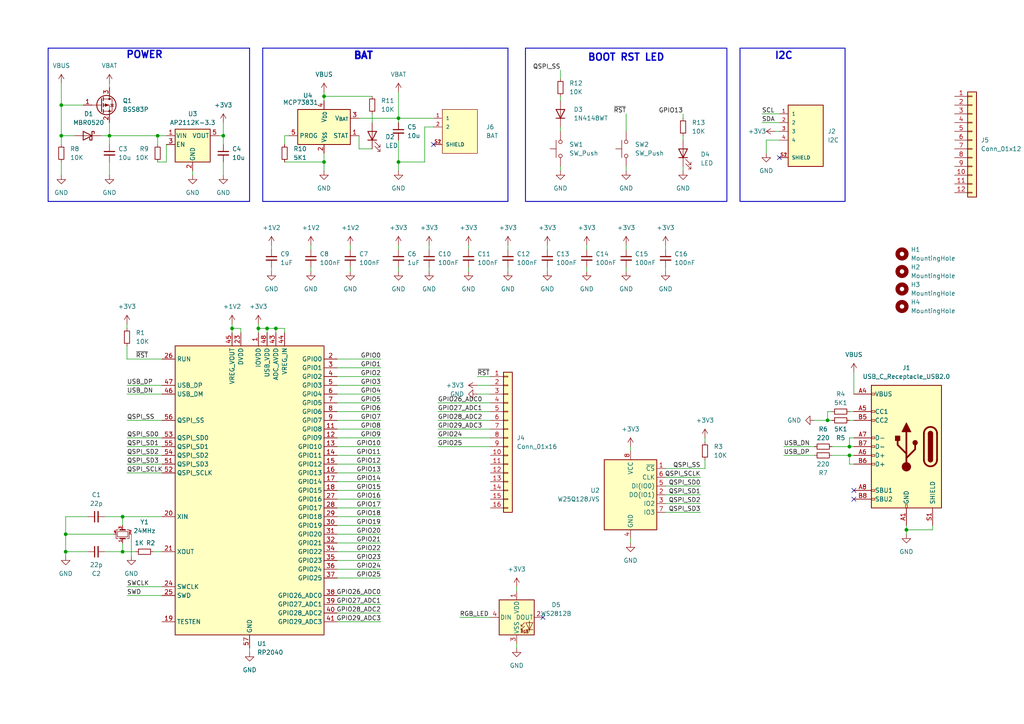
<source format=kicad_sch>
(kicad_sch (version 20231120) (generator "eeschema") (generator_version "8.0")
  (paper "A4")
  (junction (at 74.93 95.25))
  (junction (at 35.56 160.02))
  (junction (at 67.31 95.25))
  (junction (at 17.78 39.37))
  (junction (at 45.72 39.37))
  (junction (at 93.98 46.99))
  (junction (at 19.05 160.02))
  (junction (at 246.38 132.08))
  (junction (at 19.05 154.94))
  (junction (at 31.75 39.37))
  (junction (at 64.77 39.37))
  (junction (at 17.78 30.48))
  (junction (at 240.03 121.92))
  (junction (at 35.56 149.86))
  (junction (at 93.98 27.94))
  (junction (at 115.57 34.29))
  (junction (at 262.89 153.67))
  (junction (at 246.38 129.54))
  (junction (at 115.57 46.99))
  (junction (at 77.47 95.25))
  (junction (at 80.01 95.25))
  (no_connect (at 247.65 144.78))
  (no_connect (at 157.48 179.07))
  (no_connect (at 226.06 45.72))
  (no_connect (at 247.65 142.24))
  (no_connect (at 125.73 41.91))
  (wire (pts (xy 74.93 95.25) (xy 77.47 95.25)))
  (wire (pts (xy 110.49 127) (xy 97.79 127)))
  (wire (pts (xy 110.49 177.8) (xy 97.79 177.8)))
  (wire (pts (xy 170.18 78.74) (xy 170.18 77.47)))
  (wire (pts (xy 64.77 35.56) (xy 64.77 39.37)))
  (wire (pts (xy 80.01 95.25) (xy 82.55 95.25)))
  (polyline (pts (xy 72.39 58.42) (xy 13.97 58.42)) (stroke (width 0.254) (type solid)))
  (wire (pts (xy 30.48 149.86) (xy 35.56 149.86)))
  (wire (pts (xy 262.89 153.67) (xy 262.89 152.4)))
  (wire (pts (xy 110.49 129.54) (xy 97.79 129.54)))
  (wire (pts (xy 17.78 39.37) (xy 21.59 39.37)))
  (wire (pts (xy 181.61 78.74) (xy 181.61 77.47)))
  (wire (pts (xy 110.49 134.62) (xy 97.79 134.62)))
  (wire (pts (xy 149.86 170.18) (xy 149.86 171.45)))
  (wire (pts (xy 31.75 24.13) (xy 31.75 25.4)))
  (wire (pts (xy 241.3 119.38) (xy 240.03 119.38)))
  (wire (pts (xy 93.98 46.99) (xy 93.98 44.45)))
  (wire (pts (xy 115.57 78.74) (xy 115.57 77.47)))
  (wire (pts (xy 247.65 129.54) (xy 246.38 129.54)))
  (wire (pts (xy 93.98 27.94) (xy 107.95 27.94)))
  (wire (pts (xy 193.04 78.74) (xy 193.04 77.47)))
  (wire (pts (xy 138.43 111.76) (xy 142.24 111.76)))
  (wire (pts (xy 110.49 147.32) (xy 97.79 147.32)))
  (wire (pts (xy 270.51 152.4) (xy 270.51 153.67)))
  (wire (pts (xy 78.74 78.74) (xy 78.74 77.47)))
  (wire (pts (xy 90.17 78.74) (xy 90.17 77.47)))
  (wire (pts (xy 48.26 41.91) (xy 48.26 46.99)))
  (polyline (pts (xy 13.97 13.97) (xy 72.39 13.97)) (stroke (width 0.254) (type solid)))
  (wire (pts (xy 101.6 71.12) (xy 101.6 72.39)))
  (wire (pts (xy 38.1 154.94) (xy 38.1 161.29)))
  (wire (pts (xy 36.83 172.72) (xy 46.99 172.72)))
  (wire (pts (xy 36.83 111.76) (xy 46.99 111.76)))
  (wire (pts (xy 246.38 121.92) (xy 247.65 121.92)))
  (wire (pts (xy 127 129.54) (xy 142.24 129.54)))
  (wire (pts (xy 69.85 96.52) (xy 69.85 95.25)))
  (wire (pts (xy 64.77 39.37) (xy 63.5 39.37)))
  (wire (pts (xy 246.38 134.62) (xy 246.38 132.08)))
  (wire (pts (xy 107.95 43.18) (xy 104.14 43.18)))
  (wire (pts (xy 35.56 157.48) (xy 35.56 160.02)))
  (wire (pts (xy 115.57 40.64) (xy 115.57 46.99)))
  (wire (pts (xy 110.49 149.86) (xy 97.79 149.86)))
  (wire (pts (xy 110.49 119.38) (xy 97.79 119.38)))
  (wire (pts (xy 17.78 30.48) (xy 17.78 39.37)))
  (wire (pts (xy 45.72 39.37) (xy 48.26 39.37)))
  (wire (pts (xy 36.83 93.98) (xy 36.83 95.25)))
  (wire (pts (xy 101.6 78.74) (xy 101.6 77.47)))
  (wire (pts (xy 110.49 175.26) (xy 97.79 175.26)))
  (wire (pts (xy 133.35 179.07) (xy 142.24 179.07)))
  (wire (pts (xy 36.83 100.33) (xy 36.83 104.14)))
  (wire (pts (xy 110.49 160.02) (xy 97.79 160.02)))
  (wire (pts (xy 162.56 49.53) (xy 162.56 48.26)))
  (wire (pts (xy 115.57 34.29) (xy 115.57 35.56)))
  (wire (pts (xy 36.83 170.18) (xy 46.99 170.18)))
  (wire (pts (xy 104.14 34.29) (xy 115.57 34.29)))
  (wire (pts (xy 247.65 134.62) (xy 246.38 134.62)))
  (wire (pts (xy 110.49 116.84) (xy 97.79 116.84)))
  (wire (pts (xy 36.83 114.3) (xy 46.99 114.3)))
  (polyline (pts (xy 134.62 13.97) (xy 147.32 13.97)) (stroke (width 0.254)))
  (wire (pts (xy 19.05 154.94) (xy 33.02 154.94)))
  (wire (pts (xy 124.46 71.12) (xy 124.46 72.39)))
  (polyline (pts (xy 13.97 13.97) (xy 13.97 58.42)) (stroke (width 0.254) (type solid)))
  (wire (pts (xy 110.49 114.3) (xy 97.79 114.3)))
  (wire (pts (xy 30.48 160.02) (xy 35.56 160.02)))
  (polyline (pts (xy 76.2 58.42) (xy 134.62 58.42)) (stroke (width 0.254)))
  (wire (pts (xy 127 127) (xy 142.24 127)))
  (wire (pts (xy 198.12 33.02) (xy 198.12 34.29)))
  (wire (pts (xy 162.56 36.83) (xy 162.56 38.1)))
  (wire (pts (xy 246.38 132.08) (xy 241.3 132.08)))
  (wire (pts (xy 80.01 95.25) (xy 80.01 96.52)))
  (wire (pts (xy 31.75 39.37) (xy 31.75 41.91)))
  (wire (pts (xy 74.93 93.98) (xy 74.93 95.25)))
  (wire (pts (xy 36.83 121.92) (xy 46.99 121.92)))
  (wire (pts (xy 270.51 153.67) (xy 262.89 153.67)))
  (wire (pts (xy 48.26 46.99) (xy 45.72 46.99)))
  (wire (pts (xy 203.2 146.05) (xy 193.04 146.05)))
  (wire (pts (xy 110.49 157.48) (xy 97.79 157.48)))
  (wire (pts (xy 149.86 187.96) (xy 149.86 186.69)))
  (wire (pts (xy 82.55 39.37) (xy 82.55 41.91)))
  (wire (pts (xy 110.49 121.92) (xy 97.79 121.92)))
  (wire (pts (xy 110.49 154.94) (xy 97.79 154.94)))
  (wire (pts (xy 246.38 127) (xy 246.38 129.54)))
  (wire (pts (xy 147.32 78.74) (xy 147.32 77.47)))
  (polyline (pts (xy 147.32 13.97) (xy 147.32 58.42)) (stroke (width 0.254)))
  (wire (pts (xy 110.49 124.46) (xy 97.79 124.46)))
  (wire (pts (xy 19.05 154.94) (xy 19.05 160.02)))
  (wire (pts (xy 17.78 39.37) (xy 17.78 41.91)))
  (wire (pts (xy 198.12 39.37) (xy 198.12 40.64)))
  (wire (pts (xy 181.61 71.12) (xy 181.61 72.39)))
  (wire (pts (xy 110.49 111.76) (xy 97.79 111.76)))
  (wire (pts (xy 182.88 129.54) (xy 182.88 130.81)))
  (polyline (pts (xy 147.32 58.42) (xy 134.62 58.42)) (stroke (width 0.254)))
  (wire (pts (xy 220.98 35.56) (xy 226.06 35.56)))
  (wire (pts (xy 29.21 39.37) (xy 31.75 39.37)))
  (wire (pts (xy 78.74 71.12) (xy 78.74 72.39)))
  (wire (pts (xy 110.49 137.16) (xy 97.79 137.16)))
  (wire (pts (xy 110.49 104.14) (xy 97.79 104.14)))
  (wire (pts (xy 181.61 49.53) (xy 181.61 48.26)))
  (wire (pts (xy 193.04 71.12) (xy 193.04 72.39)))
  (wire (pts (xy 123.19 36.83) (xy 123.19 46.99)))
  (wire (pts (xy 127 121.92) (xy 142.24 121.92)))
  (wire (pts (xy 115.57 34.29) (xy 115.57 26.67)))
  (wire (pts (xy 64.77 50.8) (xy 64.77 46.99)))
  (wire (pts (xy 110.49 142.24) (xy 97.79 142.24)))
  (wire (pts (xy 36.83 137.16) (xy 46.99 137.16)))
  (wire (pts (xy 204.47 133.35) (xy 204.47 135.89)))
  (polyline (pts (xy 72.39 13.97) (xy 72.39 58.42)) (stroke (width 0.254) (type solid)))
  (wire (pts (xy 36.83 104.14) (xy 46.99 104.14)))
  (wire (pts (xy 110.49 109.22) (xy 97.79 109.22)))
  (wire (pts (xy 90.17 71.12) (xy 90.17 72.39)))
  (wire (pts (xy 67.31 93.98) (xy 67.31 95.25)))
  (wire (pts (xy 247.65 107.95) (xy 247.65 114.3)))
  (wire (pts (xy 110.49 180.34) (xy 97.79 180.34)))
  (wire (pts (xy 236.22 129.54) (xy 227.33 129.54)))
  (wire (pts (xy 123.19 36.83) (xy 125.73 36.83)))
  (wire (pts (xy 64.77 41.91) (xy 64.77 39.37)))
  (wire (pts (xy 31.75 50.8) (xy 31.75 46.99)))
  (wire (pts (xy 135.89 71.12) (xy 135.89 72.39)))
  (wire (pts (xy 193.04 135.89) (xy 204.47 135.89)))
  (wire (pts (xy 36.83 134.62) (xy 46.99 134.62)))
  (wire (pts (xy 246.38 129.54) (xy 241.3 129.54)))
  (wire (pts (xy 44.45 160.02) (xy 46.99 160.02)))
  (wire (pts (xy 110.49 152.4) (xy 97.79 152.4)))
  (wire (pts (xy 123.19 46.99) (xy 115.57 46.99)))
  (wire (pts (xy 67.31 95.25) (xy 67.31 96.52)))
  (wire (pts (xy 110.49 162.56) (xy 97.79 162.56)))
  (wire (pts (xy 127 116.84) (xy 142.24 116.84)))
  (wire (pts (xy 19.05 160.02) (xy 19.05 161.29)))
  (wire (pts (xy 110.49 106.68) (xy 97.79 106.68)))
  (wire (pts (xy 158.75 71.12) (xy 158.75 72.39)))
  (wire (pts (xy 246.38 119.38) (xy 247.65 119.38)))
  (wire (pts (xy 17.78 24.13) (xy 17.78 30.48)))
  (wire (pts (xy 135.89 78.74) (xy 135.89 77.47)))
  (wire (pts (xy 170.18 71.12) (xy 170.18 72.39)))
  (wire (pts (xy 181.61 33.02) (xy 181.61 38.1)))
  (wire (pts (xy 19.05 149.86) (xy 19.05 154.94)))
  (wire (pts (xy 124.46 78.74) (xy 124.46 77.47)))
  (wire (pts (xy 247.65 132.08) (xy 246.38 132.08)))
  (wire (pts (xy 93.98 26.67) (xy 93.98 27.94)))
  (wire (pts (xy 69.85 95.25) (xy 67.31 95.25)))
  (wire (pts (xy 19.05 160.02) (xy 25.4 160.02)))
  (wire (pts (xy 36.83 129.54) (xy 46.99 129.54)))
  (wire (pts (xy 147.32 71.12) (xy 147.32 72.39)))
  (wire (pts (xy 198.12 49.53) (xy 198.12 48.26)))
  (wire (pts (xy 110.49 144.78) (xy 97.79 144.78)))
  (wire (pts (xy 72.39 189.23) (xy 72.39 187.96)))
  (wire (pts (xy 55.88 50.8) (xy 55.88 49.53)))
  (wire (pts (xy 162.56 27.94) (xy 162.56 29.21)))
  (wire (pts (xy 138.43 114.3) (xy 142.24 114.3)))
  (wire (pts (xy 110.49 167.64) (xy 97.79 167.64)))
  (wire (pts (xy 247.65 127) (xy 246.38 127)))
  (wire (pts (xy 17.78 50.8) (xy 17.78 46.99)))
  (wire (pts (xy 220.98 33.02) (xy 226.06 33.02)))
  (wire (pts (xy 240.03 121.92) (xy 236.22 121.92)))
  (wire (pts (xy 110.49 172.72) (xy 97.79 172.72)))
  (wire (pts (xy 107.95 33.02) (xy 107.95 35.56)))
  (wire (pts (xy 203.2 140.97) (xy 193.04 140.97)))
  (wire (pts (xy 83.82 39.37) (xy 82.55 39.37)))
  (wire (pts (xy 17.78 30.48) (xy 24.13 30.48)))
  (wire (pts (xy 93.98 49.53) (xy 93.98 46.99)))
  (wire (pts (xy 31.75 39.37) (xy 45.72 39.37)))
  (polyline (pts (xy 76.2 13.97) (xy 134.62 13.97)) (stroke (width 0.254)))
  (wire (pts (xy 127 119.38) (xy 142.24 119.38)))
  (wire (pts (xy 224.79 38.1) (xy 226.06 38.1)))
  (wire (pts (xy 35.56 160.02) (xy 39.37 160.02)))
  (wire (pts (xy 110.49 165.1) (xy 97.79 165.1)))
  (wire (pts (xy 138.43 109.22) (xy 142.24 109.22)))
  (wire (pts (xy 241.3 121.92) (xy 240.03 121.92)))
  (wire (pts (xy 31.75 35.56) (xy 31.75 39.37)))
  (polyline (pts (xy 76.2 13.97) (xy 76.2 58.42)) (stroke (width 0.254)))
  (wire (pts (xy 82.55 46.99) (xy 93.98 46.99)))
  (wire (pts (xy 182.88 157.48) (xy 182.88 156.21)))
  (wire (pts (xy 262.89 154.94) (xy 262.89 153.67)))
  (wire (pts (xy 115.57 46.99) (xy 115.57 49.53)))
  (wire (pts (xy 204.47 127) (xy 204.47 128.27)))
  (wire (pts (xy 36.83 127) (xy 46.99 127)))
  (wire (pts (xy 35.56 149.86) (xy 35.56 152.4)))
  (wire (pts (xy 236.22 132.08) (xy 227.33 132.08)))
  (wire (pts (xy 110.49 139.7) (xy 97.79 139.7)))
  (wire (pts (xy 104.14 43.18) (xy 104.14 39.37)))
  (wire (pts (xy 203.2 138.43) (xy 193.04 138.43)))
  (wire (pts (xy 36.83 132.08) (xy 46.99 132.08)))
  (wire (pts (xy 115.57 71.12) (xy 115.57 72.39)))
  (wire (pts (xy 127 124.46) (xy 142.24 124.46)))
  (wire (pts (xy 35.56 149.86) (xy 46.99 149.86)))
  (wire (pts (xy 110.49 132.08) (xy 97.79 132.08)))
  (wire (pts (xy 77.47 95.25) (xy 77.47 96.52)))
  (wire (pts (xy 222.25 44.45) (xy 222.25 40.64)))
  (wire (pts (xy 115.57 34.29) (xy 125.73 34.29)))
  (wire (pts (xy 203.2 143.51) (xy 193.04 143.51)))
  (wire (pts (xy 25.4 149.86) (xy 19.05 149.86)))
  (wire (pts (xy 203.2 148.59) (xy 193.04 148.59)))
  (wire (pts (xy 158.75 78.74) (xy 158.75 77.47)))
  (wire (pts (xy 240.03 119.38) (xy 240.03 121.92)))
  (wire (pts (xy 74.93 95.25) (xy 74.93 96.52)))
  (wire (pts (xy 162.56 20.32) (xy 162.56 22.86)))
  (wire (pts (xy 93.98 27.94) (xy 93.98 29.21)))
  (wire (pts (xy 77.47 95.25) (xy 80.01 95.25)))
  (wire (pts (xy 222.25 40.64) (xy 226.06 40.64)))
  (wire (pts (xy 82.55 96.52) (xy 82.55 95.25)))
  (wire (pts (xy 45.72 41.91) (xy 45.72 39.37)))
  (rectangle (start 214.63 13.97) (end 245.11 58.42) (stroke (width 0.254)))
  (rectangle (start 152.4 13.97) (end 210.82 58.42) (stroke (width 0.254)))
  (text "BAT" (at 105.41 16.256 0) (effects (font (size 2.032 2.032) (thickness 0.508) (bold yes))))
  (text "I2C" (at 227.33 16.256 0) (effects (font (size 2.032 2.032) (thickness 0.4064) (bold yes))))
  (text "POWER" (at 41.91 16.002 0) (effects (font (size 2.032 2.032) (thickness 0.4064) (bold yes))))
  (text "BOOT RST LED" (at 181.61 16.764 0) (effects (font (size 2.032 2.032) (thickness 0.4064) (bold yes))))
  (label "GPIO26_ADC0" (at 110.49 172.72 180))
  (label "GPIO8" (at 110.49 124.46 180))
  (label "~{RST}" (at 181.61 33.02 180))
  (label "USB_DN" (at 36.83 114.3 0))
  (label "GPIO0" (at 110.49 104.14 180))
  (label "GPIO1" (at 110.49 106.68 180))
  (label "GPIO10" (at 110.49 129.54 180))
  (label "GPIO14" (at 110.49 139.7 180))
  (label "GPIO17" (at 110.49 147.32 180))
  (label "GPIO7" (at 110.49 121.92 180))
  (label "USB_DP" (at 227.33 132.08 0))
  (label "SWCLK" (at 36.83 170.18 0))
  (label "USB_DN" (at 227.33 129.54 0))
  (label "GPIO18" (at 110.49 149.86 180))
  (label "GPIO4" (at 110.49 114.3 180))
  (label "GPIO9" (at 110.49 127 180))
  (label "SCL" (at 220.98 33.02 0))
  (label "GPIO27_ADC1" (at 127 119.38 0))
  (label "QSPI_SD1" (at 36.83 129.54 0))
  (label "GPIO28_ADC2" (at 110.49 177.8 180))
  (label "GPIO2" (at 110.49 109.22 180))
  (label "GPIO29_ADC3" (at 110.49 180.34 180))
  (label "GPIO12" (at 110.49 134.62 180))
  (label "QSPI_SS" (at 162.56 20.32 180))
  (label "GPIO28_ADC2" (at 127 121.92 0))
  (label "GPIO25" (at 127 129.54 0))
  (label "QSPI_SD0" (at 203.2 140.97 180))
  (label "GPIO29_ADC3" (at 127 124.46 0))
  (label "GPIO5" (at 110.49 116.84 180))
  (label "QSPI_SCLK" (at 203.2 138.43 180))
  (label "GPIO6" (at 110.49 119.38 180))
  (label "GPIO13" (at 198.12 33.02 180))
  (label "QSPI_SCLK" (at 36.83 137.16 0))
  (label "GPIO13" (at 110.49 137.16 180))
  (label "SDA" (at 220.98 35.56 0))
  (label "QSPI_SD0" (at 36.83 127 0))
  (label "GPIO11" (at 110.49 132.08 180))
  (label "SWD" (at 36.83 172.72 0))
  (label "QSPI_SD3" (at 203.2 148.59 180))
  (label "QSPI_SD3" (at 36.83 134.62 0))
  (label "GPIO16" (at 110.49 144.78 180))
  (label "GPIO26_ADC0" (at 127 116.84 0))
  (label "GPIO27_ADC1" (at 110.49 175.26 180))
  (label "~{RST}" (at 138.43 109.22 0))
  (label "QSPI_SD2" (at 36.83 132.08 0))
  (label "GPIO24" (at 110.49 165.1 180))
  (label "GPIO15" (at 110.49 142.24 180))
  (label "~{RST}" (at 39.37 104.14 0))
  (label "QSPI_SD2" (at 203.2 146.05 180))
  (label "QSPI_SS" (at 203.2 135.89 180))
  (label "USB_DP" (at 36.83 111.76 0))
  (label "GPIO22" (at 110.49 160.02 180))
  (label "GPIO20" (at 110.49 154.94 180))
  (label "QSPI_SD1" (at 203.2 143.51 180))
  (label "GPIO3" (at 110.49 111.76 180))
  (label "GPIO23" (at 110.49 162.56 180))
  (label "GPIO21" (at 110.49 157.48 180))
  (label "QSPI_SS" (at 36.83 121.92 0))
  (label "GPIO19" (at 110.49 152.4 180))
  (label "RGB_LED" (at 133.35 179.07 0))
  (label "GPIO24" (at 127 127 0))
  (label "GPIO25" (at 110.49 167.64 180))
  (symbol (lib_id "power:GND") (at 135.89 78.74 0) (unit 1)
    (property "Reference" "#PWR036" (effects (hide yes)))
    (property "Value" "GND" (at 135.89 83.82 0))
    (property "Description" "Power symbol creates a global label with name \"GND\" , ground" (effects (hide yes)))
  )
  (symbol (lib_id "power:+3V3") (at 36.83 93.98 0) (unit 1)
    (property "Reference" "#PWR08" (effects (hide yes)))
    (property "Value" "+3V3" (at 36.83 88.9 0))
    (property "Description" "Power symbol creates a global label with name \"+3V3\"" (effects (hide yes)))
  )
  (symbol (lib_id "power:GND") (at 55.88 50.8 0) (unit 1)
    (property "Reference" "#PWR016" (effects (hide yes)))
    (property "Value" "GND" (at 55.88 55.88 0))
    (property "Description" "Power symbol creates a global label with name \"GND\" , ground" (effects (hide yes)))
  )
  (symbol (lib_id "power:+3V3") (at 181.61 71.12 0) (unit 1)
    (property "Reference" "#PWR043" (effects (hide yes)))
    (property "Value" "+3V3" (at 181.61 66.04 0))
    (property "Description" "Power symbol creates a global label with name \"+3V3\"" (effects (hide yes)))
  )
  (symbol (lib_id "power:GND") (at 19.05 161.29 0) (unit 1)
    (property "Reference" "#PWR06" (effects (hide yes)))
    (property "Value" "GND" (at 19.05 166.37 0))
    (property "Description" "Power symbol creates a global label with name \"GND\" , ground" (effects (hide yes)))
  )
  (symbol (lib_id "power:+3V3") (at 149.86 170.18 0) (unit 1)
    (property "Reference" "#PWR051" (effects (hide yes)))
    (property "Value" "+3V3" (at 149.86 165.1 0))
    (property "Description" "Power symbol creates a global label with name \"+3V3\"" (effects (hide yes)))
  )
  (symbol (lib_id "Device:C_Small") (at 170.18 74.93 0) (unit 1)
    (property "Reference" "C14" (at 172.72 73.6662 0) (effects (justify left)))
    (property "Value" "100nF" (at 172.72 76.2062 0) (effects (justify left)))
    (property "Footprint" "Capacitor_SMD:C_0402_1005Metric" (effects (hide yes)))
    (property "Description" "Unpolarized capacitor, small symbol" (effects (hide yes)))
  )
  (symbol (lib_id "Device:R_Small") (at 82.55 44.45 0) (unit 1)
    (property "Reference" "R10" (at 85.09 43.1799 0) (effects (justify left)))
    (property "Value" "5K1" (at 85.09 45.7199 0) (effects (justify left)))
    (property "Footprint" "Resistor_SMD:R_0402_1005Metric" (effects (hide yes)))
    (property "Description" "Resistor, small symbol" (effects (hide yes)))
  )
  (symbol (lib_id "Device:C_Small") (at 115.57 38.1 0) (unit 1)
    (property "Reference" "C5" (at 118.11 36.8362 0) (effects (justify left)))
    (property "Value" "10u" (at 118.11 39.3762 0) (effects (justify left)))
    (property "Footprint" "Capacitor_SMD:C_0603_1608Metric" (effects (hide yes)))
    (property "Description" "Unpolarized capacitor, small symbol" (effects (hide yes)))
  )
  (symbol (lib_id "power:GND") (at 149.86 187.96 0) (unit 1)
    (property "Reference" "#PWR050" (effects (hide yes)))
    (property "Value" "GND" (at 149.86 193.04 0))
    (property "Description" "Power symbol creates a global label with name \"GND\" , ground" (effects (hide yes)))
  )
  (symbol (lib_id "Memory_Flash:W25Q128JVS") (at 182.88 143.51 0) (mirror y) (unit 1)
    (property "Reference" "U2" (at 173.99 142.2399 0) (effects (justify left)))
    (property "Value" "W25Q128JVS" (at 173.99 144.7799 0) (effects (justify left)))
    (property "Footprint" "Package_SO:SOIC-8_5.23x5.23mm_P1.27mm" (effects (hide yes)))
    (property "Datasheet" "http://www.winbond.com/resource-files/w25q128jv_dtr%20revc%2003272018%20plus.pdf" (effects (hide yes)))
    (property "Description" "128Mb Serial Flash Memory, Standard/Dual/Quad SPI, SOIC-8" (effects (hide yes)))
  )
  (symbol (lib_id "power:GND") (at 115.57 78.74 0) (unit 1)
    (property "Reference" "#PWR026" (effects (hide yes)))
    (property "Value" "GND" (at 115.57 83.82 0))
    (property "Description" "Power symbol creates a global label with name \"GND\" , ground" (effects (hide yes)))
  )
  (symbol (lib_id "Mechanical:MountingHole") (at 261.62 78.74 0) (unit 1) (in_bom no)
    (property "Reference" "H2" (at 264.16 77.4699 0) (effects (justify left)))
    (property "Value" "MountingHole" (at 264.16 80.0099 0) (effects (justify left)))
    (property "Footprint" "MountingHole:MountingHole_2.5mm" (effects (hide yes)))
    (property "Description" "Mounting Hole without connection" (effects (hide yes)))
  )
  (symbol (lib_id "Device:C_Small") (at 147.32 74.93 0) (unit 1)
    (property "Reference" "C12" (at 149.86 73.6662 0) (effects (justify left)))
    (property "Value" "100nF" (at 149.86 76.2062 0) (effects (justify left)))
    (property "Footprint" "Capacitor_SMD:C_0402_1005Metric" (effects (hide yes)))
    (property "Description" "Unpolarized capacitor, small symbol" (effects (hide yes)))
  )
  (symbol (lib_id "power:+3V3") (at 224.79 38.1 90) (unit 1)
    (property "Reference" "#PWR023" (effects (hide yes)))
    (property "Value" "+3V3" (at 222.25 38.0999 90) (effects (justify left)))
    (property "Description" "Power symbol creates a global label with name \"+3V3\"" (effects (hide yes)))
  )
  (symbol (lib_id "power:+3V3") (at 138.43 111.76 90) (unit 1)
    (property "Reference" "#PWR053" (effects (hide yes)))
    (property "Value" "+3V3" (at 134.62 111.7599 90) (effects (justify left)))
    (property "Description" "Power symbol creates a global label with name \"+3V3\"" (effects (hide yes)))
  )
  (symbol (lib_id "power:GND") (at 38.1 161.29 0) (unit 1)
    (property "Reference" "#PWR07" (effects (hide yes)))
    (property "Value" "GND" (at 38.1 166.37 0))
    (property "Description" "Power symbol creates a global label with name \"GND\" , ground" (effects (hide yes)))
  )
  (symbol (lib_id "Device:C_Small") (at 158.75 74.93 0) (unit 1)
    (property "Reference" "C13" (at 161.29 73.6662 0) (effects (justify left)))
    (property "Value" "100nF" (at 161.29 76.2062 0) (effects (justify left)))
    (property "Footprint" "Capacitor_SMD:C_0402_1005Metric" (effects (hide yes)))
    (property "Description" "Unpolarized capacitor, small symbol" (effects (hide yes)))
  )
  (symbol (lib_id "power:+1V2") (at 90.17 71.12 0) (unit 1)
    (property "Reference" "#PWR027" (effects (hide yes)))
    (property "Value" "+1V2" (at 90.17 66.04 0))
    (property "Description" "Power symbol creates a global label with name \"+1V2\"" (effects (hide yes)))
  )
  (symbol (lib_id "Mechanical:MountingHole") (at 261.62 73.66 0) (unit 1) (in_bom no)
    (property "Reference" "H1" (at 264.16 72.3899 0) (effects (justify left)))
    (property "Value" "MountingHole" (at 264.16 74.9299 0) (effects (justify left)))
    (property "Footprint" "MountingHole:MountingHole_2.5mm" (effects (hide yes)))
    (property "Description" "Mounting Hole without connection" (effects (hide yes)))
  )
  (symbol (lib_id "Device:C_Small") (at 124.46 74.93 0) (unit 1)
    (property "Reference" "C10" (at 127 73.6662 0) (effects (justify left)))
    (property "Value" "100nF" (at 127 76.2062 0) (effects (justify left)))
    (property "Footprint" "Capacitor_SMD:C_0402_1005Metric" (effects (hide yes)))
    (property "Description" "Unpolarized capacitor, small symbol" (effects (hide yes)))
  )
  (symbol (lib_id "power:GND") (at 222.25 44.45 0) (unit 1)
    (property "Reference" "#PWR024" (effects (hide yes)))
    (property "Value" "GND" (at 222.25 49.53 0))
    (property "Description" "Power symbol creates a global label with name \"GND\" , ground" (effects (hide yes)))
  )
  (symbol (lib_id "power:GND") (at 101.6 78.74 0) (unit 1)
    (property "Reference" "#PWR028" (effects (hide yes)))
    (property "Value" "GND" (at 101.6 83.82 0))
    (property "Description" "Power symbol creates a global label with name \"GND\" , ground" (effects (hide yes)))
  )
  (symbol (lib_id "Diode:MBR0520") (at 25.4 39.37 0) (mirror y) (unit 1)
    (property "Reference" "D1" (at 25.7175 33.02 0))
    (property "Value" "MBR0520" (at 25.7175 35.56 0))
    (property "Footprint" "Diode_SMD:D_SOD-110" (effects (hide yes)))
    (property "Datasheet" "http://www.mccsemi.com/up_pdf/MBR0520~MBR0580(SOD123).pdf" (effects (hide yes)))
    (property "Description" "20V 0.5A Schottky Power Rectifier Diode, SOD-123" (effects (hide yes)))
  )
  (symbol (lib_id "power:+3V3") (at 74.93 93.98 0) (unit 1)
    (property "Reference" "#PWR03" (effects (hide yes)))
    (property "Value" "+3V3" (at 74.93 88.9 0))
    (property "Description" "Power symbol creates a global label with name \"+3V3\"" (effects (hide yes)))
  )
  (symbol (lib_id "power:GND") (at 181.61 49.53 0) (unit 1)
    (property "Reference" "#PWR048" (effects (hide yes)))
    (property "Value" "GND" (at 181.61 54.61 0))
    (property "Description" "Power symbol creates a global label with name \"GND\" , ground" (effects (hide yes)))
  )
  (symbol (lib_id "power:+3V3") (at 182.88 129.54 0) (unit 1)
    (property "Reference" "#PWR05" (effects (hide yes)))
    (property "Value" "+3V3" (at 182.88 124.46 0))
    (property "Description" "Power symbol creates a global label with name \"+3V3\"" (effects (hide yes)))
  )
  (symbol (lib_id "Device:LED") (at 107.95 39.37 90) (unit 1)
    (property "Reference" "D2" (at 111.76 39.6874 90) (effects (justify right)))
    (property "Value" "LED" (at 111.76 42.2274 90) (effects (justify right)))
    (property "Footprint" "Capacitor_SMD:C_0603_1608Metric" (effects (hide yes)))
    (property "Description" "Light emitting diode" (effects (hide yes)))
  )
  (symbol (lib_id "power:+3V3") (at 135.89 71.12 0) (unit 1)
    (property "Reference" "#PWR035" (effects (hide yes)))
    (property "Value" "+3V3" (at 135.89 66.04 0))
    (property "Description" "Power symbol creates a global label with name \"+3V3\"" (effects (hide yes)))
  )
  (symbol (lib_id "power:GND") (at 124.46 78.74 0) (unit 1)
    (property "Reference" "#PWR034" (effects (hide yes)))
    (property "Value" "GND" (at 124.46 83.82 0))
    (property "Description" "Power symbol creates a global label with name \"GND\" , ground" (effects (hide yes)))
  )
  (symbol (lib_id "power:VBUS") (at 31.75 24.13 0) (unit 1)
    (property "Reference" "#PWR013" (effects (hide yes)))
    (property "Value" "VBAT" (at 31.75 19.05 0))
    (property "Description" "Power symbol creates a global label with name \"VBUS\"" (effects (hide yes)))
  )
  (symbol (lib_id "power:GND") (at 31.75 50.8 0) (unit 1)
    (property "Reference" "#PWR015" (effects (hide yes)))
    (property "Value" "GND" (at 31.75 55.88 0))
    (property "Description" "Power symbol creates a global label with name \"GND\" , ground" (effects (hide yes)))
  )
  (symbol (lib_id "power:GND") (at 262.89 154.94 0) (mirror y) (unit 1)
    (property "Reference" "#PWR010" (effects (hide yes)))
    (property "Value" "GND" (at 262.89 160.02 0))
    (property "Description" "Power symbol creates a global label with name \"GND\" , ground" (effects (hide yes)))
  )
  (symbol (lib_id "power:GND") (at 193.04 78.74 0) (unit 1)
    (property "Reference" "#PWR046" (effects (hide yes)))
    (property "Value" "GND" (at 193.04 83.82 0))
    (property "Description" "Power symbol creates a global label with name \"GND\" , ground" (effects (hide yes)))
  )
  (symbol (lib_id "power:+1V2") (at 67.31 93.98 0) (unit 1)
    (property "Reference" "#PWR02" (effects (hide yes)))
    (property "Value" "+1V2" (at 67.31 88.9 0))
    (property "Description" "Power symbol creates a global label with name \"+1V2\"" (effects (hide yes)))
  )
  (symbol (lib_id "Device:R_Small") (at 238.76 132.08 270) (unit 1)
    (property "Reference" "R7" (at 238.76 137.16 90))
    (property "Value" "220" (at 238.76 134.62 90))
    (property "Footprint" "Resistor_SMD:R_0402_1005Metric" (effects (hide yes)))
    (property "Description" "Resistor, small symbol" (effects (hide yes)))
  )
  (symbol (lib_id "power:+3V3") (at 193.04 71.12 0) (unit 1)
    (property "Reference" "#PWR045" (effects (hide yes)))
    (property "Value" "+3V3" (at 193.04 66.04 0))
    (property "Description" "Power symbol creates a global label with name \"+3V3\"" (effects (hide yes)))
  )
  (symbol (lib_id "Device:Crystal_GND24_Small") (at 35.56 154.94 90) (unit 1)
    (property "Reference" "Y1" (at 41.91 151.416 90))
    (property "Value" "24MHz" (at 41.91 153.956 90))
    (property "Footprint" "Crystal:Crystal_SMD_2520-4Pin_2.5x2.0mm" (effects (hide yes)))
    (property "Description" "Four pin crystal, GND on pins 2 and 4, small symbol" (effects (hide yes)))
  )
  (symbol (lib_id "Device:C_Small") (at 90.17 74.93 0) (unit 1)
    (property "Reference" "C8" (at 92.71 73.6662 0) (effects (justify left)))
    (property "Value" "100nF" (at 92.71 76.2062 0) (effects (justify left)))
    (property "Footprint" "Capacitor_SMD:C_0402_1005Metric" (effects (hide yes)))
    (property "Description" "Unpolarized capacitor, small symbol" (effects (hide yes)))
  )
  (symbol (lib_id "S2B-PH-SM4-TB_LF__SN_:S2B-PH-SM4-TB_LF__SN_") (at 133.35 36.83 0) (unit 1)
    (property "Reference" "J6" (at 140.97 36.8299 0) (effects (justify left)))
    (property "Value" "BAT" (at 140.97 39.3699 0) (effects (justify left)))
    (property "Footprint" "S2B-PH-SM4-TB_LF__SN_:JST_S2B-PH-SM4-TB_LF__SN_" (effects (hide yes)))
    (property "MF" "JST Sales" (effects (hide yes)))
    (property "Description_1" "\nConnector Header Surface Mount, Right Angle 2 position 0.079 (2.00mm)\n" (effects (hide yes)))
    (property "Package" "None" (effects (hide yes)))
    (property "Price" "None" (effects (hide yes)))
    (property "Check_prices" "https://www.snapeda.com/parts/S2B-PH-SM4-TB(LF)(SN)/JST+Sales+America+Inc./view-part/?ref=eda" (effects (hide yes)))
    (property "STANDARD" "Manufacturer Recommendation" (effects (hide yes)))
    (property "SnapEDA_Link" "https://www.snapeda.com/parts/S2B-PH-SM4-TB(LF)(SN)/JST+Sales+America+Inc./view-part/?ref=snap" (effects (hide yes)))
    (property "MP" "S2B-PH-SM4-TB(LF)(SN)" (effects (hide yes)))
    (property "Availability" "In Stock" (effects (hide yes)))
    (property "MANUFACTURER" "JST" (effects (hide yes)))
  )
  (symbol (lib_id "Regulator_Linear:AP2112K-3.3") (at 55.88 41.91 0) (unit 1)
    (property "Reference" "U3" (at 55.88 33.02 0))
    (property "Value" "AP2112K-3.3" (at 55.88 35.56 0))
    (property "Footprint" "Package_TO_SOT_SMD:SOT-23-5" (effects (hide yes)))
    (property "Datasheet" "https://www.diodes.com/assets/Datasheets/AP2112.pdf" (effects (hide yes)))
    (property "Description" "600mA low dropout linear regulator, with enable pin, 3.8V-6V input voltage range, 3.3V fixed positive output, SOT-23-5" (effects (hide yes)))
  )
  (symbol (lib_id "power:GND") (at 115.57 49.53 0) (unit 1)
    (property "Reference" "#PWR022" (effects (hide yes)))
    (property "Value" "GND" (at 115.57 54.61 0))
    (property "Description" "Power symbol creates a global label with name \"GND\" , ground" (effects (hide yes)))
  )
  (symbol (lib_id "power:GND") (at 93.98 49.53 0) (unit 1)
    (property "Reference" "#PWR021" (effects (hide yes)))
    (property "Value" "GND" (at 93.98 54.61 0))
    (property "Description" "Power symbol creates a global label with name \"GND\" , ground" (effects (hide yes)))
  )
  (symbol (lib_id "power:GND") (at 182.88 157.48 0) (unit 1)
    (property "Reference" "#PWR04" (effects (hide yes)))
    (property "Value" "GND" (at 182.88 162.56 0))
    (property "Description" "Power symbol creates a global label with name \"GND\" , ground" (effects (hide yes)))
  )
  (symbol (lib_id "power:GND") (at 170.18 78.74 0) (unit 1)
    (property "Reference" "#PWR042" (effects (hide yes)))
    (property "Value" "GND" (at 170.18 83.82 0))
    (property "Description" "Power symbol creates a global label with name \"GND\" , ground" (effects (hide yes)))
  )
  (symbol (lib_id "Device:R_Small") (at 204.47 130.81 0) (unit 1)
    (property "Reference" "R3" (at 207.01 129.5399 0) (effects (justify left)))
    (property "Value" "10K" (at 207.01 132.0799 0) (effects (justify left)))
    (property "Footprint" "Resistor_SMD:R_0402_1005Metric" (effects (hide yes)))
    (property "Description" "Resistor, small symbol" (effects (hide yes)))
  )
  (symbol (lib_id "power:+3V3") (at 147.32 71.12 0) (unit 1)
    (property "Reference" "#PWR037" (effects (hide yes)))
    (property "Value" "+3V3" (at 147.32 66.04 0))
    (property "Description" "Power symbol creates a global label with name \"+3V3\"" (effects (hide yes)))
  )
  (symbol (lib_id "Device:R_Small") (at 243.84 119.38 270) (mirror x) (unit 1)
    (property "Reference" "R4" (at 243.84 114.3 90))
    (property "Value" "5K1" (at 243.84 116.84 90))
    (property "Footprint" "Resistor_SMD:R_0402_1005Metric" (effects (hide yes)))
    (property "Description" "Resistor, small symbol" (effects (hide yes)))
  )
  (symbol (lib_id "Transistor_FET:BSS83P") (at 29.21 30.48 0) (unit 1)
    (property "Reference" "Q1" (at 35.56 29.2099 0) (effects (justify left)))
    (property "Value" "BSS83P" (at 35.56 31.7499 0) (effects (justify left)))
    (property "Footprint" "Package_TO_SOT_SMD:SOT-23" (effects (hide yes)))
    (property "Datasheet" "http://www.farnell.com/datasheets/1835997.pdf" (effects (hide yes)))
    (property "Description" "-0.33A Id, -60V Vds, P-Channel MOSFET, SOT-23" (effects (hide yes)))
  )
  (symbol (lib_id "Device:R_Small") (at 198.12 36.83 0) (unit 1)
    (property "Reference" "R13" (at 200.66 35.5599 0) (effects (justify left)))
    (property "Value" "10K" (at 200.66 38.0999 0) (effects (justify left)))
    (property "Footprint" "Resistor_SMD:R_0402_1005Metric" (effects (hide yes)))
    (property "Description" "Resistor, small symbol" (effects (hide yes)))
  )
  (symbol (lib_id "power:GND") (at 198.12 49.53 0) (unit 1)
    (property "Reference" "#PWR049" (effects (hide yes)))
    (property "Value" "GND" (at 198.12 54.61 0))
    (property "Description" "Power symbol creates a global label with name \"GND\" , ground" (effects (hide yes)))
  )
  (symbol (lib_id "Connector_Generic:Conn_01x16") (at 147.32 127 0) (unit 1) (in_bom no)
    (property "Reference" "J4" (at 149.86 126.9999 0) (effects (justify left)))
    (property "Value" "Conn_01x16" (at 149.86 129.5399 0) (effects (justify left)))
    (property "Footprint" "Connector_PinHeader_2.54mm:PinHeader_1x16_P2.54mm_Vertical" (effects (hide yes)))
    (property "Description" "Generic connector, single row, 01x16, script generated (kicad-library-utils/schlib/autogen/connector/)" (effects (hide yes)))
  )
  (symbol (lib_id "Diode:1N4148WT") (at 162.56 33.02 90) (unit 1)
    (property "Reference" "D3" (at 166.37 31.7499 90) (effects (justify right)))
    (property "Value" "1N4148WT" (at 166.37 34.2899 90) (effects (justify right)))
    (property "Footprint" "Diode_SMD:D_SOD-523" (effects (hide yes)))
    (property "Datasheet" "https://www.diodes.com/assets/Datasheets/ds30396.pdf" (effects (hide yes)))
    (property "Description" "75V 0.15A Fast switching Diode, SOD-523" (effects (hide yes)))
    (property "Sim.Device" "D" (effects (hide yes)))
    (property "Sim.Pins" "1=K 2=A" (effects (hide yes)))
  )
  (symbol (lib_id "power:GND") (at 17.78 50.8 0) (unit 1)
    (property "Reference" "#PWR014" (effects (hide yes)))
    (property "Value" "GND" (at 17.78 55.88 0))
    (property "Description" "Power symbol creates a global label with name \"GND\" , ground" (effects (hide yes)))
  )
  (symbol (lib_id "power:GND") (at 90.17 78.74 0) (unit 1)
    (property "Reference" "#PWR030" (effects (hide yes)))
    (property "Value" "GND" (at 90.17 83.82 0))
    (property "Description" "Power symbol creates a global label with name \"GND\" , ground" (effects (hide yes)))
  )
  (symbol (lib_id "Switch:SW_Push") (at 162.56 43.18 90) (unit 1)
    (property "Reference" "SW1" (at 165.1 41.9099 90) (effects (justify right)))
    (property "Value" "SW_Push" (at 165.1 44.4499 90) (effects (justify right)))
    (property "Footprint" "Button_Switch_SMD:SW_SPST_EVQP7C" (effects (hide yes)))
    (property "Description" "Push button switch, generic, two pins" (effects (hide yes)))
  )
  (symbol (lib_id "Battery_Management:MCP73831-2-OT") (at 93.98 36.83 0) (unit 1)
    (property "Reference" "U4" (at 87.884 27.686 0) (effects (justify left)))
    (property "Value" "MCP73831" (at 82.042 29.718 0) (effects (justify left)))
    (property "Footprint" "Package_TO_SOT_SMD:SOT-23-5" (effects (hide yes)))
    (property "Datasheet" "http://ww1.microchip.com/downloads/en/DeviceDoc/20001984g.pdf" (effects (hide yes)))
    (property "Description" "Single cell, Li-Ion/Li-Po charge management controller, 4.20V, Tri-State Status Output, in SOT23-5 package" (effects (hide yes)))
  )
  (symbol (lib_id "power:+1V2") (at 78.74 71.12 0) (unit 1)
    (property "Reference" "#PWR031" (effects (hide yes)))
    (property "Value" "+1V2" (at 78.74 66.04 0))
    (property "Description" "Power symbol creates a global label with name \"+1V2\"" (effects (hide yes)))
  )
  (symbol (lib_id "Mechanical:MountingHole") (at 261.62 88.9 0) (unit 1) (in_bom no)
    (property "Reference" "H4" (at 264.16 87.6299 0) (effects (justify left)))
    (property "Value" "MountingHole" (at 264.16 90.1699 0) (effects (justify left)))
    (property "Footprint" "MountingHole:MountingHole_2.5mm" (effects (hide yes)))
    (property "Description" "Mounting Hole without connection" (effects (hide yes)))
  )
  (symbol (lib_id "power:GND") (at 72.39 189.23 0) (unit 1)
    (property "Reference" "#PWR01" (effects (hide yes)))
    (property "Value" "GND" (at 72.39 194.31 0))
    (property "Description" "Power symbol creates a global label with name \"GND\" , ground" (effects (hide yes)))
  )
  (symbol (lib_id "Device:R_Small") (at 238.76 129.54 270) (mirror x) (unit 1)
    (property "Reference" "R6" (at 238.76 124.46 90))
    (property "Value" "220" (at 238.76 127 90))
    (property "Footprint" "Resistor_SMD:R_0402_1005Metric" (effects (hide yes)))
    (property "Description" "Resistor, small symbol" (effects (hide yes)))
  )
  (symbol (lib_id "Device:C_Small") (at 181.61 74.93 0) (unit 1)
    (property "Reference" "C15" (at 184.15 73.6662 0) (effects (justify left)))
    (property "Value" "100nF" (at 184.15 76.2062 0) (effects (justify left)))
    (property "Footprint" "Capacitor_SMD:C_0402_1005Metric" (effects (hide yes)))
    (property "Description" "Unpolarized capacitor, small symbol" (effects (hide yes)))
  )
  (symbol (lib_id "Device:LED") (at 198.12 44.45 90) (unit 1)
    (property "Reference" "D4" (at 203.2 44.7674 90) (effects (justify right)))
    (property "Value" "LED" (at 203.2 47.3074 90) (effects (justify right)))
    (property "Footprint" "LED_SMD:LED_0603_1608Metric" (effects (hide yes)))
    (property "Description" "Light emitting diode" (effects (hide yes)))
  )
  (symbol (lib_id "SM04B-SRSS-TB_LF__SN_:SM04B-SRSS-TB_LF__SN_") (at 233.68 38.1 0) (unit 1)
    (property "Reference" "J2" (at 240.03 38.0999 0) (effects (justify left)))
    (property "Value" "I2C" (at 240.03 40.6399 0) (effects (justify left)))
    (property "Footprint" "SM04B-SRSS-TB_LF__SN_:JST_SM04B-SRSS-TB_LF__SN_" (effects (hide yes)))
    (property "MF" "JST Sales" (effects (hide yes)))
    (property "Description_1" "\nConnector Header Surface Mount, Right Angle 4 position 0.039 (1.00mm)\n" (effects (hide yes)))
    (property "Package" "None" (effects (hide yes)))
    (property "Price" "None" (effects (hide yes)))
    (property "Check_prices" "https://www.snapeda.com/parts/SM04B-SRSS-TB(LF)(SN)/JST+Sales+America+Inc./view-part/?ref=eda" (effects (hide yes)))
    (property "STANDARD" "Manufacturer recommendations" (effects (hide yes)))
    (property "SnapEDA_Link" "https://www.snapeda.com/parts/SM04B-SRSS-TB(LF)(SN)/JST+Sales+America+Inc./view-part/?ref=snap" (effects (hide yes)))
    (property "MP" "SM04B-SRSS-TB(LF)(SN)" (effects (hide yes)))
    (property "Availability" "In Stock" (effects (hide yes)))
    (property "MANUFACTURER" "JST" (effects (hide yes)))
  )
  (symbol (lib_id "Device:C_Small") (at 135.89 74.93 0) (unit 1)
    (property "Reference" "C11" (at 138.43 73.6662 0) (effects (justify left)))
    (property "Value" "100nF" (at 138.43 76.2062 0) (effects (justify left)))
    (property "Footprint" "Capacitor_SMD:C_0402_1005Metric" (effects (hide yes)))
    (property "Description" "Unpolarized capacitor, small symbol" (effects (hide yes)))
  )
  (symbol (lib_id "Device:C_Small") (at 27.94 149.86 90) (unit 1)
    (property "Reference" "C1" (at 27.9463 143.51 90))
    (property "Value" "22p" (at 27.9463 146.05 90))
    (property "Footprint" "Capacitor_SMD:C_0402_1005Metric" (effects (hide yes)))
    (property "Description" "Unpolarized capacitor, small symbol" (effects (hide yes)))
  )
  (symbol (lib_id "power:GND") (at 162.56 49.53 0) (unit 1)
    (property "Reference" "#PWR047" (effects (hide yes)))
    (property "Value" "GND" (at 162.56 54.61 0))
    (property "Description" "Power symbol creates a global label with name \"GND\" , ground" (effects (hide yes)))
  )
  (symbol (lib_id "power:+3V3") (at 124.46 71.12 0) (unit 1)
    (property "Reference" "#PWR033" (effects (hide yes)))
    (property "Value" "+3V3" (at 124.46 66.04 0))
    (property "Description" "Power symbol creates a global label with name \"+3V3\"" (effects (hide yes)))
  )
  (symbol (lib_id "Device:R_Small") (at 17.78 44.45 0) (unit 1)
    (property "Reference" "R8" (at 20.32 43.1799 0) (effects (justify left)))
    (property "Value" "10K" (at 20.32 45.7199 0) (effects (justify left)))
    (property "Footprint" "Resistor_SMD:R_0402_1005Metric" (effects (hide yes)))
    (property "Description" "Resistor, small symbol" (effects (hide yes)))
  )
  (symbol (lib_id "Device:C_Small") (at 27.94 160.02 90) (mirror x) (unit 1)
    (property "Reference" "C2" (at 27.9463 166.37 90))
    (property "Value" "22p" (at 27.9463 163.83 90))
    (property "Footprint" "Capacitor_SMD:C_0402_1005Metric" (effects (hide yes)))
    (property "Description" "Unpolarized capacitor, small symbol" (effects (hide yes)))
  )
  (symbol (lib_id "Device:C_Small") (at 193.04 74.93 0) (unit 1)
    (property "Reference" "C16" (at 195.58 73.6662 0) (effects (justify left)))
    (property "Value" "100nF" (at 195.58 76.2062 0) (effects (justify left)))
    (property "Footprint" "Capacitor_SMD:C_0402_1005Metric" (effects (hide yes)))
    (property "Description" "Unpolarized capacitor, small symbol" (effects (hide yes)))
  )
  (symbol (lib_id "power:VBUS") (at 93.98 26.67 0) (unit 1)
    (property "Reference" "#PWR019" (effects (hide yes)))
    (property "Value" "VBUS" (at 93.98 21.59 0))
    (property "Description" "Power symbol creates a global label with name \"VBUS\"" (effects (hide yes)))
  )
  (symbol (lib_id "power:GND") (at 236.22 121.92 270) (mirror x) (unit 1)
    (property "Reference" "#PWR011" (effects (hide yes)))
    (property "Value" "GND" (at 232.41 121.9199 90) (effects (justify right)))
    (property "Description" "Power symbol creates a global label with name \"GND\" , ground" (effects (hide yes)))
  )
  (symbol (lib_id "power:+3V3") (at 204.47 127 0) (unit 1)
    (property "Reference" "#PWR09" (effects (hide yes)))
    (property "Value" "+3V3" (at 204.47 121.92 0))
    (property "Description" "Power symbol creates a global label with name \"+3V3\"" (effects (hide yes)))
  )
  (symbol (lib_id "Mechanical:MountingHole") (at 261.62 83.82 0) (unit 1) (in_bom no)
    (property "Reference" "H3" (at 264.16 82.5499 0) (effects (justify left)))
    (property "Value" "MountingHole" (at 264.16 85.0899 0) (effects (justify left)))
    (property "Footprint" "MountingHole:MountingHole_2.5mm" (effects (hide yes)))
    (property "Description" "Mounting Hole without connection" (effects (hide yes)))
  )
  (symbol (lib_id "Device:R_Small") (at 36.83 97.79 0) (unit 1)
    (property "Reference" "R1" (at 39.37 96.5199 0) (effects (justify left)))
    (property "Value" "10K" (at 39.37 99.0599 0) (effects (justify left)))
    (property "Footprint" "Resistor_SMD:R_0402_1005Metric" (effects (hide yes)))
    (property "Description" "Resistor, small symbol" (effects (hide yes)))
  )
  (symbol (lib_id "power:+3V3") (at 158.75 71.12 0) (unit 1)
    (property "Reference" "#PWR039" (effects (hide yes)))
    (property "Value" "+3V3" (at 158.75 66.04 0))
    (property "Description" "Power symbol creates a global label with name \"+3V3\"" (effects (hide yes)))
  )
  (symbol (lib_id "power:+3V3") (at 64.77 35.56 0) (unit 1)
    (property "Reference" "#PWR018" (effects (hide yes)))
    (property "Value" "+3V3" (at 64.77 30.48 0))
    (property "Description" "Power symbol creates a global label with name \"+3V3\"" (effects (hide yes)))
  )
  (symbol (lib_id "Device:C_Small") (at 115.57 74.93 0) (unit 1)
    (property "Reference" "C6" (at 118.11 73.6662 0) (effects (justify left)))
    (property "Value" "1uF" (at 118.11 76.2062 0) (effects (justify left)))
    (property "Footprint" "Capacitor_SMD:C_0603_1608Metric" (effects (hide yes)))
    (property "Description" "Unpolarized capacitor, small symbol" (effects (hide yes)))
  )
  (symbol (lib_id "power:+3V3") (at 170.18 71.12 0) (unit 1)
    (property "Reference" "#PWR041" (effects (hide yes)))
    (property "Value" "+3V3" (at 170.18 66.04 0))
    (property "Description" "Power symbol creates a global label with name \"+3V3\"" (effects (hide yes)))
  )
  (symbol (lib_id "Connector_Generic:Conn_01x12") (at 281.94 40.64 0) (unit 1) (in_bom no)
    (property "Reference" "J5" (at 284.48 40.6399 0) (effects (justify left)))
    (property "Value" "Conn_01x12" (at 284.48 43.1799 0) (effects (justify left)))
    (property "Footprint" "Connector_PinHeader_2.54mm:PinHeader_1x12_P2.54mm_Vertical" (effects (hide yes)))
    (property "Description" "Generic connector, single row, 01x12, script generated (kicad-library-utils/schlib/autogen/connector/)" (effects (hide yes)))
  )
  (symbol (lib_id "power:VBUS") (at 17.78 24.13 0) (unit 1)
    (property "Reference" "#PWR012" (effects (hide yes)))
    (property "Value" "VBUS" (at 17.78 19.05 0))
    (property "Description" "Power symbol creates a global label with name \"VBUS\"" (effects (hide yes)))
  )
  (symbol (lib_id "Device:C_Small") (at 64.77 44.45 0) (unit 1)
    (property "Reference" "C4" (at 67.31 43.1862 0) (effects (justify left)))
    (property "Value" "10u" (at 67.31 45.7262 0) (effects (justify left)))
    (property "Footprint" "Capacitor_SMD:C_0603_1608Metric" (effects (hide yes)))
    (property "Description" "Unpolarized capacitor, small symbol" (effects (hide yes)))
  )
  (symbol (lib_id "Device:R_Small") (at 162.56 25.4 0) (unit 1)
    (property "Reference" "R12" (at 165.1 24.1299 0) (effects (justify left)))
    (property "Value" "10K" (at 165.1 26.6699 0) (effects (justify left)))
    (property "Footprint" "Resistor_SMD:R_0402_1005Metric" (effects (hide yes)))
    (property "Description" "Resistor, small symbol" (effects (hide yes)))
  )
  (symbol (lib_id "MCU_RaspberryPi:RP2040") (at 72.39 142.24 0) (unit 1)
    (property "Reference" "U1" (at 74.5841 186.69 0) (effects (justify left)))
    (property "Value" "RP2040" (at 74.5841 189.23 0) (effects (justify left)))
    (property "Footprint" "Package_DFN_QFN:QFN-56-1EP_7x7mm_P0.4mm_EP3.2x3.2mm" (effects (hide yes)))
    (property "Datasheet" "https://datasheets.raspberrypi.com/rp2040/rp2040-datasheet.pdf" (effects (hide yes)))
    (property "Description" "A microcontroller by Raspberry Pi" (effects (hide yes)))
  )
  (symbol (lib_id "power:GND") (at 158.75 78.74 0) (unit 1)
    (property "Reference" "#PWR040" (effects (hide yes)))
    (property "Value" "GND" (at 158.75 83.82 0))
    (property "Description" "Power symbol creates a global label with name \"GND\" , ground" (effects (hide yes)))
  )
  (symbol (lib_id "power:VBUS") (at 115.57 26.67 0) (unit 1)
    (property "Reference" "#PWR020" (effects (hide yes)))
    (property "Value" "VBAT" (at 115.57 21.59 0))
    (property "Description" "Power symbol creates a global label with name \"VBUS\"" (effects (hide yes)))
  )
  (symbol (lib_id "power:+1V2") (at 101.6 71.12 0) (unit 1)
    (property "Reference" "#PWR029" (effects (hide yes)))
    (property "Value" "+1V2" (at 101.6 66.04 0))
    (property "Description" "Power symbol creates a global label with name \"+1V2\"" (effects (hide yes)))
  )
  (symbol (lib_id "power:GND") (at 64.77 50.8 0) (unit 1)
    (property "Reference" "#PWR017" (effects (hide yes)))
    (property "Value" "GND" (at 64.77 55.88 0))
    (property "Description" "Power symbol creates a global label with name \"GND\" , ground" (effects (hide yes)))
  )
  (symbol (lib_id "Device:R_Small") (at 107.95 30.48 180) (unit 1)
    (property "Reference" "R11" (at 110.49 29.2099 0) (effects (justify right)))
    (property "Value" "10K" (at 110.49 31.7499 0) (effects (justify right)))
    (property "Footprint" "Resistor_SMD:R_0402_1005Metric" (effects (hide yes)))
    (property "Description" "Resistor, small symbol" (effects (hide yes)))
  )
  (symbol (lib_id "Device:C_Small") (at 31.75 44.45 0) (unit 1)
    (property "Reference" "C3" (at 34.29 43.1862 0) (effects (justify left)))
    (property "Value" "10u" (at 34.29 45.7262 0) (effects (justify left)))
    (property "Footprint" "Capacitor_SMD:C_0603_1608Metric" (effects (hide yes)))
    (property "Description" "Unpolarized capacitor, small symbol" (effects (hide yes)))
  )
  (symbol (lib_id "power:+3V3") (at 115.57 71.12 0) (unit 1)
    (property "Reference" "#PWR025" (effects (hide yes)))
    (property "Value" "+3V3" (at 115.57 66.04 0))
    (property "Description" "Power symbol creates a global label with name \"+3V3\"" (effects (hide yes)))
  )
  (symbol (lib_id "Device:R_Small") (at 45.72 44.45 0) (mirror y) (unit 1)
    (property "Reference" "R9" (at 43.18 43.1799 0) (effects (justify left)))
    (property "Value" "10K" (at 43.18 45.7199 0) (effects (justify left)))
    (property "Footprint" "Resistor_SMD:R_0402_1005Metric" (effects (hide yes)))
    (property "Description" "Resistor, small symbol" (effects (hide yes)))
  )
  (symbol (lib_id "Switch:SW_Push") (at 181.61 43.18 90) (unit 1)
    (property "Reference" "SW2" (at 184.15 41.9099 90) (effects (justify right)))
    (property "Value" "SW_Push" (at 184.15 44.4499 90) (effects (justify right)))
    (property "Footprint" "Button_Switch_SMD:SW_SPST_PTS810" (effects (hide yes)))
    (property "Description" "Push button switch, generic, two pins" (effects (hide yes)))
  )
  (symbol (lib_id "Connector:USB_C_Receptacle_USB2.0") (at 262.89 129.54 0) (mirror y) (unit 1)
    (property "Reference" "J1" (at 262.89 106.68 0))
    (property "Value" "USB_C_Receptacle_USB2.0" (at 262.89 109.22 0))
    (property "Footprint" "Connector_USB:USB_C_Receptacle_G-Switch_GT-USB-7010ASV" (effects (hide yes)))
    (property "Datasheet" "https://www.usb.org/sites/default/files/documents/usb_type-c.zip" (effects (hide yes)))
    (property "Description" "USB 2.0-only Type-C Receptacle connector" (effects (hide yes)))
  )
  (symbol (lib_id "power:GND") (at 147.32 78.74 0) (unit 1)
    (property "Reference" "#PWR038" (effects (hide yes)))
    (property "Value" "GND" (at 147.32 83.82 0))
    (property "Description" "Power symbol creates a global label with name \"GND\" , ground" (effects (hide yes)))
  )
  (symbol (lib_id "Device:R_Small") (at 41.91 160.02 90) (unit 1)
    (property "Reference" "R2" (at 43.688 157.48 90))
    (property "Value" "1K" (at 40.386 157.48 90))
    (property "Footprint" "Resistor_SMD:R_0402_1005Metric" (effects (hide yes)))
    (property "Description" "Resistor, small symbol" (effects (hide yes)))
  )
  (symbol (lib_id "Device:C_Small") (at 78.74 74.93 0) (unit 1)
    (property "Reference" "C9" (at 81.28 73.6662 0) (effects (justify left)))
    (property "Value" "1uF" (at 81.28 76.2062 0) (effects (justify left)))
    (property "Footprint" "Capacitor_SMD:C_0603_1608Metric" (effects (hide yes)))
    (property "Description" "Unpolarized capacitor, small symbol" (effects (hide yes)))
  )
  (symbol (lib_id "power:VBUS") (at 247.65 107.95 0) (unit 1)
    (property "Reference" "#PWR052" (effects (hide yes)))
    (property "Value" "VBUS" (at 247.65 102.87 0))
    (property "Description" "Power symbol creates a global label with name \"VBUS\"" (effects (hide yes)))
  )
  (symbol (lib_id "power:GND") (at 181.61 78.74 0) (unit 1)
    (property "Reference" "#PWR044" (effects (hide yes)))
    (property "Value" "GND" (at 181.61 83.82 0))
    (property "Description" "Power symbol creates a global label with name \"GND\" , ground" (effects (hide yes)))
  )
  (symbol (lib_id "Device:C_Small") (at 101.6 74.93 0) (unit 1)
    (property "Reference" "C7" (at 104.14 73.6662 0) (effects (justify left)))
    (property "Value" "100nF" (at 104.14 76.2062 0) (effects (justify left)))
    (property "Footprint" "Capacitor_SMD:C_0402_1005Metric" (effects (hide yes)))
    (property "Description" "Unpolarized capacitor, small symbol" (effects (hide yes)))
  )
  (symbol (lib_id "Device:R_Small") (at 243.84 121.92 270) (unit 1)
    (property "Reference" "R5" (at 243.84 127 90))
    (property "Value" "5K1" (at 243.84 124.46 90))
    (property "Footprint" "Resistor_SMD:R_0402_1005Metric" (effects (hide yes)))
    (property "Description" "Resistor, small symbol" (effects (hide yes)))
  )
  (symbol (lib_id "power:GND") (at 78.74 78.74 0) (unit 1)
    (property "Reference" "#PWR032" (effects (hide yes)))
    (property "Value" "GND" (at 78.74 83.82 0))
    (property "Description" "Power symbol creates a global label with name \"GND\" , ground" (effects (hide yes)))
  )
  (symbol (lib_id "power:GND") (at 138.43 114.3 270) (unit 1)
    (property "Reference" "#PWR054" (effects (hide yes)))
    (property "Value" "GND" (at 134.62 114.2999 90) (effects (justify right)))
    (property "Description" "Power symbol creates a global label with name \"GND\" , ground" (effects (hide yes)))
  )
  (symbol (lib_id "LED:WS2812B") (at 149.86 179.07 0) (unit 1)
    (property "Reference" "D5" (at 161.29 175.422 0))
    (property "Value" "WS2812B" (at 161.29 177.962 0))
    (property "Footprint" "LED_SMD:LED_WS2812B-2020_PLCC4_2.0x2.0mm" (effects (hide yes)))
    (property "Datasheet" "https://cdn-shop.adafruit.com/datasheets/WS2812B.pdf" (effects (hide yes)))
    (property "Description" "RGB LED with integrated controller" (effects (hide yes)))
  )
)
</source>
